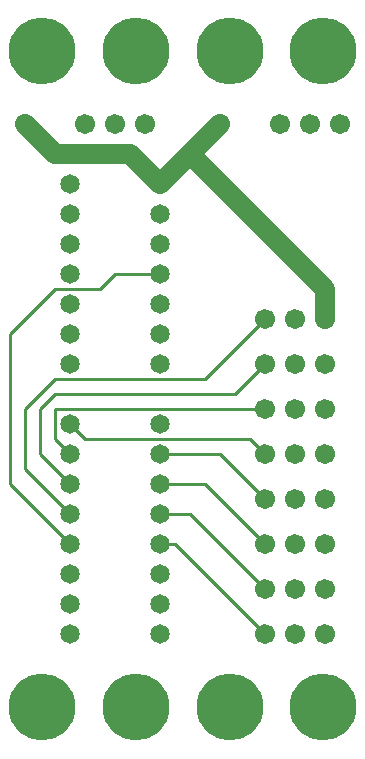
<source format=gbl>
%MOIN*%
%FSLAX25Y25*%
G04 D10 used for Character Trace; *
G04     Circle (OD=.01000) (No hole)*
G04 D11 used for Power Trace; *
G04     Circle (OD=.06700) (No hole)*
G04 D12 used for Signal Trace; *
G04     Circle (OD=.01100) (No hole)*
G04 D13 used for Via; *
G04     Circle (OD=.05800) (Round. Hole ID=.02800)*
G04 D14 used for Component hole; *
G04     Circle (OD=.06500) (Round. Hole ID=.03500)*
G04 D15 used for Component hole; *
G04     Circle (OD=.06700) (Round. Hole ID=.04300)*
G04 D16 used for Component hole; *
G04     Circle (OD=.08100) (Round. Hole ID=.05100)*
G04 D17 used for Component hole; *
G04     Circle (OD=.08900) (Round. Hole ID=.05900)*
G04 D18 used for Component hole; *
G04     Circle (OD=.11300) (Round. Hole ID=.08300)*
G04 D19 used for Component hole; *
G04     Circle (OD=.16000) (Round. Hole ID=.13000)*
G04 D20 used for Component hole; *
G04     Circle (OD=.18300) (Round. Hole ID=.15300)*
G04 D21 used for Component hole; *
G04     Circle (OD=.22291) (Round. Hole ID=.19291)*
%ADD10C,.01000*%
%ADD11C,.06700*%
%ADD12C,.01100*%
%ADD13C,.05800*%
%ADD14C,.06500*%
%ADD15C,.06700*%
%ADD16C,.08100*%
%ADD17C,.08900*%
%ADD18C,.11300*%
%ADD19C,.16000*%
%ADD20C,.18300*%
%ADD21C,.22291*%
%IPPOS*%
%LPD*%
G90*X0Y0D02*D21*X15625Y15625D03*D14*              
X25000Y40000D03*D21*X46875Y15625D03*D14*          
X25000Y50000D03*X55000Y40000D03*Y50000D03*        
Y60000D03*X25000D03*D12*X90000Y40000D02*          
X60000Y70000D01*D15*X90000Y40000D03*X100000D03*   
Y55000D03*X90000D03*D12*X65000Y80000D01*X55000D01*
D14*D03*Y90000D03*D12*X70000D01*X90000Y70000D01*  
D15*D03*X100000D03*Y85000D03*X90000D03*D12*       
X75000Y100000D01*X55000D01*D14*D03*Y110000D03*D12*
X20000Y125000D02*X70000D01*X10000Y115000D02*      
X20000Y125000D01*X10000Y95000D02*Y115000D01*      
X25000Y80000D02*X10000Y95000D01*D14*              
X25000Y80000D03*Y90000D03*D12*X15000Y100000D01*   
Y115000D01*X20000Y120000D01*X80000D01*            
X90000Y130000D01*D15*D03*X100000D03*Y145000D03*   
X90000D03*D12*X70000Y125000D01*D14*               
X55000Y140000D03*Y130000D03*D15*X90000Y115000D03* 
D12*X20000D01*Y105000D01*X25000Y100000D01*D14*D03*
D12*X30000Y105000D02*X85000D01*X90000Y100000D01*  
D15*D03*X100000D03*Y115000D03*X110000Y85000D03*   
Y100000D03*Y115000D03*D12*X55000Y70000D02*        
X60000D01*D14*X55000D03*X25000D03*D12*            
X5000Y90000D01*Y140000D01*X20000Y155000D01*       
X35000D01*X40000Y160000D01*X55000D01*D14*D03*     
Y170000D03*Y150000D03*Y180000D03*X25000Y190000D03*
Y130000D03*Y180000D03*Y170000D03*X55000Y190000D03*
D11*X65000Y200000D01*X110000Y155000D01*Y145000D01*
D15*D03*Y130000D03*D11*X55000Y190000D02*          
X45000Y200000D01*X20000D01*X10000Y210000D01*D15*  
D03*X30000D03*D21*X15625Y234375D03*D15*           
X40000Y210000D03*D21*X46875Y234375D03*D15*        
X50000Y210000D03*D14*X25000Y160000D03*D11*        
X65000Y200000D02*X75000Y210000D01*D15*D03*        
X95000D03*D21*X78125Y234375D03*D15*               
X105000Y210000D03*D21*X109375Y234375D03*D15*      
X115000Y210000D03*D14*X25000Y150000D03*Y140000D03*
Y110000D03*D12*X30000Y105000D01*D15*              
X110000Y40000D03*Y55000D03*Y70000D03*D21*         
X78125Y15625D03*X109375D03*M02*                   

</source>
